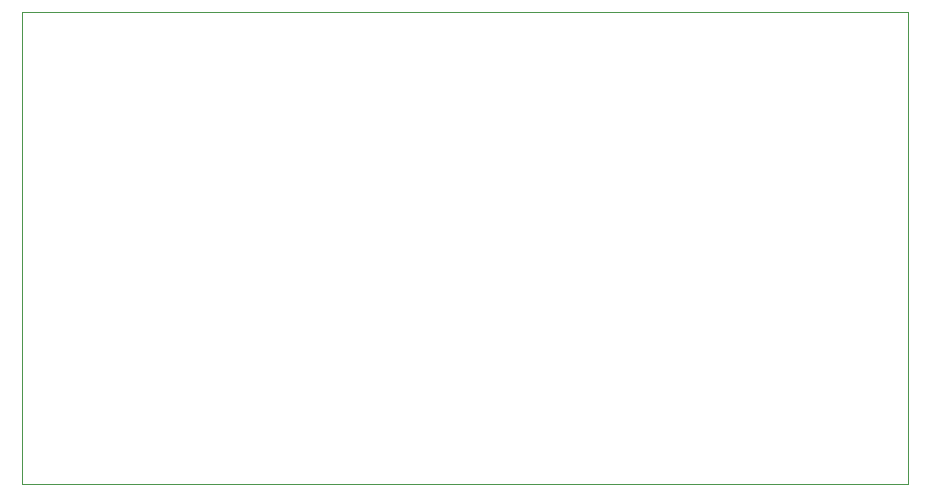
<source format=gtp>
G75*
%MOIN*%
%OFA0B0*%
%FSLAX25Y25*%
%IPPOS*%
%LPD*%
%AMOC8*
5,1,8,0,0,1.08239X$1,22.5*
%
%ADD10C,0.00039*%
D10*
X0030978Y0001256D02*
X0030978Y0158736D01*
X0326339Y0158736D01*
X0326339Y0001256D01*
X0030978Y0001256D01*
M02*

</source>
